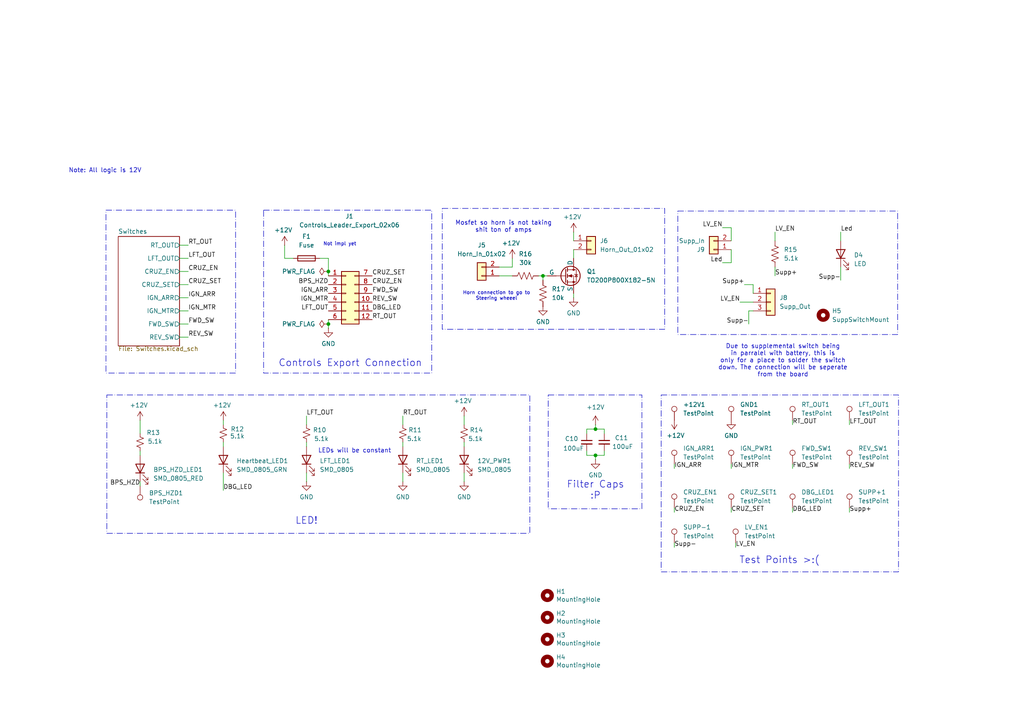
<source format=kicad_sch>
(kicad_sch (version 20231120) (generator "eeschema") (generator_version "8.0")
  (paper "A4")
  (lib_symbols
    (symbol "Connector:TestPoint" (pin_numbers hide) (pin_names (offset 0.762) hide)
      (property "Reference" "TP" (at 0 6.858 0))
      (property "Value" "TestPoint" (at 0 5.08 0))
      (symbol "TestPoint_0_1"
        (circle (center 0 3.302) (radius 0.762))
      )
      (symbol "TestPoint_1_1"
        (pin passive line (at 0 0 90) (length 2.54) (name "1") (number "1"))
      )
    )
    (symbol "Connector_Generic:Conn_01x02" (pin_names (offset 1.016) hide)
      (property "Reference" "J" (at 0 2.54 0))
      (property "Value" "Conn_01x02" (at 0 -5.08 0))
      (symbol "Conn_01x02_1_1"
        (rectangle (start -1.27 -2.413) (end 0 -2.667) (stroke (width 0.1524)))
        (rectangle (start -1.27 0.127) (end 0 -0.127) (stroke (width 0.1524)))
        (rectangle (start -1.27 1.27) (end 1.27 -3.81) (stroke (width 0.254)) (fill (type background)))
        (pin passive line (at -5.08 0 0) (length 3.81) (name "Pin_1") (number "1"))
        (pin passive line (at -5.08 -2.54 0) (length 3.81) (name "Pin_2") (number "2"))
      )
    )
    (symbol "Connector_Generic:Conn_01x03" (pin_names (offset 1.016) hide)
      (property "Reference" "J" (at 0 5.08 0))
      (property "Value" "Conn_01x03" (at 0 -5.08 0))
      (symbol "Conn_01x03_1_1"
        (rectangle (start -1.27 -2.413) (end 0 -2.667) (stroke (width 0.1524)))
        (rectangle (start -1.27 0.127) (end 0 -0.127) (stroke (width 0.1524)))
        (rectangle (start -1.27 2.667) (end 0 2.413) (stroke (width 0.1524)))
        (rectangle (start -1.27 3.81) (end 1.27 -3.81) (stroke (width 0.254)) (fill (type background)))
        (pin passive line (at -5.08 2.54 0) (length 3.81) (name "Pin_1") (number "1"))
        (pin passive line (at -5.08 0 0) (length 3.81) (name "Pin_2") (number "2"))
        (pin passive line (at -5.08 -2.54 0) (length 3.81) (name "Pin_3") (number "3"))
      )
    )
    (symbol "Connector_Generic:Conn_02x06_Top_Bottom" (pin_names (offset 1.016) hide)
      (property "Reference" "J" (at 1.27 7.62 0))
      (property "Value" "Conn_02x06_Top_Bottom" (at 1.27 -10.16 0))
      (symbol "Conn_02x06_Top_Bottom_1_1"
        (rectangle (start -1.27 -7.493) (end 0 -7.747) (stroke (width 0.1524)))
        (rectangle (start -1.27 -4.953) (end 0 -5.207) (stroke (width 0.1524)))
        (rectangle (start -1.27 -2.413) (end 0 -2.667) (stroke (width 0.1524)))
        (rectangle (start -1.27 0.127) (end 0 -0.127) (stroke (width 0.1524)))
        (rectangle (start -1.27 2.667) (end 0 2.413) (stroke (width 0.1524)))
        (rectangle (start -1.27 5.207) (end 0 4.953) (stroke (width 0.1524)))
        (rectangle (start -1.27 6.35) (end 3.81 -8.89) (stroke (width 0.254)) (fill (type background)))
        (rectangle (start 3.81 -7.493) (end 2.54 -7.747) (stroke (width 0.1524)))
        (rectangle (start 3.81 -4.953) (end 2.54 -5.207) (stroke (width 0.1524)))
        (rectangle (start 3.81 -2.413) (end 2.54 -2.667) (stroke (width 0.1524)))
        (rectangle (start 3.81 0.127) (end 2.54 -0.127) (stroke (width 0.1524)))
        (rectangle (start 3.81 2.667) (end 2.54 2.413) (stroke (width 0.1524)))
        (rectangle (start 3.81 5.207) (end 2.54 4.953) (stroke (width 0.1524)))
        (pin passive line (at -5.08 5.08 0) (length 3.81) (name "Pin_1") (number "1"))
        (pin passive line (at 7.62 -2.54 180) (length 3.81) (name "Pin_10") (number "10"))
        (pin passive line (at 7.62 -5.08 180) (length 3.81) (name "Pin_11") (number "11"))
        (pin passive line (at 7.62 -7.62 180) (length 3.81) (name "Pin_12") (number "12"))
        (pin passive line (at -5.08 2.54 0) (length 3.81) (name "Pin_2") (number "2"))
        (pin passive line (at -5.08 0 0) (length 3.81) (name "Pin_3") (number "3"))
        (pin passive line (at -5.08 -2.54 0) (length 3.81) (name "Pin_4") (number "4"))
        (pin passive line (at -5.08 -5.08 0) (length 3.81) (name "Pin_5") (number "5"))
        (pin passive line (at -5.08 -7.62 0) (length 3.81) (name "Pin_6") (number "6"))
        (pin passive line (at 7.62 5.08 180) (length 3.81) (name "Pin_7") (number "7"))
        (pin passive line (at 7.62 2.54 180) (length 3.81) (name "Pin_8") (number "8"))
        (pin passive line (at 7.62 0 180) (length 3.81) (name "Pin_9") (number "9"))
      )
    )
    (symbol "Device:C_Small" (pin_numbers hide) (pin_names (offset 0.254) hide)
      (property "Reference" "C" (at 0.254 1.778 0))
      (property "Value" "C_Small" (at 0.254 -2.032 0))
      (symbol "C_Small_0_1"
        (polyline (pts (xy -1.524 -0.508) (xy 1.524 -0.508)) (stroke (width 0.3302)))
        (polyline (pts (xy -1.524 0.508) (xy 1.524 0.508)) (stroke (width 0.3048)))
      )
      (symbol "C_Small_1_1"
        (pin passive line (at 0 2.54 270) (length 2.032) (name "~") (number "1"))
        (pin passive line (at 0 -2.54 90) (length 2.032) (name "~") (number "2"))
      )
    )
    (symbol "Device:Fuse" (pin_numbers hide) (pin_names (offset 0))
      (property "Reference" "F" (at 2.032 0 90))
      (property "Value" "Fuse" (at -1.905 0 90))
      (symbol "Fuse_0_1"
        (rectangle (start -0.762 -2.54) (end 0.762 2.54) (stroke (width 0.254)))
        (polyline (pts (xy 0 2.54) (xy 0 -2.54)))
      )
      (symbol "Fuse_1_1"
        (pin passive line (at 0 3.81 270) (length 1.27) (name "~") (number "1"))
        (pin passive line (at 0 -3.81 90) (length 1.27) (name "~") (number "2"))
      )
    )
    (symbol "Device:LED" (pin_numbers hide) (pin_names (offset 1.016) hide)
      (property "Reference" "D" (at 0 2.54 0))
      (property "Value" "LED" (at 0 -2.54 0))
      (symbol "LED_0_1"
        (polyline (pts (xy -1.27 -1.27) (xy -1.27 1.27)) (stroke (width 0.254)))
        (polyline (pts (xy -1.27 0) (xy 1.27 0)))
        (polyline (pts (xy 1.27 -1.27) (xy 1.27 1.27) (xy -1.27 0) (xy 1.27 -1.27)) (stroke (width 0.254)))
        (polyline (pts (xy -3.048 -0.762) (xy -4.572 -2.286) (xy -3.81 -2.286) (xy -4.572 -2.286) (xy -4.572 -1.524)))
        (polyline (pts (xy -1.778 -0.762) (xy -3.302 -2.286) (xy -2.54 -2.286) (xy -3.302 -2.286) (xy -3.302 -1.524)))
      )
      (symbol "LED_1_1"
        (pin passive line (at -3.81 0 0) (length 2.54) (name "K") (number "1"))
        (pin passive line (at 3.81 0 180) (length 2.54) (name "A") (number "2"))
      )
    )
    (symbol "Device:R_Small_US" (pin_numbers hide) (pin_names (offset 0.254) hide)
      (property "Reference" "R" (at 0.762 0.508 0))
      (property "Value" "R_Small_US" (at 0.762 -1.016 0))
      (symbol "R_Small_US_1_1"
        (polyline (pts (xy 0 0) (xy 1.016 -0.381) (xy 0 -0.762) (xy -1.016 -1.143) (xy 0 -1.524)))
        (polyline (pts (xy 0 1.524) (xy 1.016 1.143) (xy 0 0.762) (xy -1.016 0.381) (xy 0 0)))
        (pin passive line (at 0 2.54 270) (length 1.016) (name "~") (number "1"))
        (pin passive line (at 0 -2.54 90) (length 1.016) (name "~") (number "2"))
      )
    )
    (symbol "Device:R_US" (pin_numbers hide) (pin_names (offset 0))
      (property "Reference" "R" (at 2.54 0 90))
      (property "Value" "R_US" (at -2.54 0 90))
      (symbol "R_US_0_1"
        (polyline (pts (xy 0 -2.286) (xy 0 -2.54)))
        (polyline (pts (xy 0 2.286) (xy 0 2.54)))
        (polyline (pts (xy 0 -0.762) (xy 1.016 -1.143) (xy 0 -1.524) (xy -1.016 -1.905) (xy 0 -2.286)))
        (polyline (pts (xy 0 0.762) (xy 1.016 0.381) (xy 0 0) (xy -1.016 -0.381) (xy 0 -0.762)))
        (polyline (pts (xy 0 2.286) (xy 1.016 1.905) (xy 0 1.524) (xy -1.016 1.143) (xy 0 0.762)))
      )
      (symbol "R_US_1_1"
        (pin passive line (at 0 3.81 270) (length 1.27) (name "~") (number "1"))
        (pin passive line (at 0 -3.81 90) (length 1.27) (name "~") (number "2"))
      )
    )
    (symbol "Mechanical:MountingHole" (pin_names (offset 1.016)) (exclude_from_sim yes) (in_bom no)
      (property "Reference" "H" (at 0 5.08 0))
      (property "Value" "MountingHole" (at 0 3.175 0))
      (symbol "MountingHole_0_1"
        (circle (center 0 0) (radius 1.27) (stroke (width 1.27)))
      )
    )
    (symbol "Simulation_SPICE:NMOS" (pin_numbers hide) (pin_names (offset 0))
      (property "Reference" "Q" (at 5.08 1.27 0))
      (property "Value" "NMOS" (at 5.08 -1.27 0))
      (symbol "NMOS_0_1"
        (polyline (pts (xy 0.254 0) (xy -2.54 0)))
        (polyline (pts (xy 0.254 1.905) (xy 0.254 -1.905)) (stroke (width 0.254)))
        (polyline (pts (xy 0.762 -1.27) (xy 0.762 -2.286)) (stroke (width 0.254)))
        (polyline (pts (xy 0.762 0.508) (xy 0.762 -0.508)) (stroke (width 0.254)))
        (polyline (pts (xy 0.762 2.286) (xy 0.762 1.27)) (stroke (width 0.254)))
        (polyline (pts (xy 2.54 2.54) (xy 2.54 1.778)))
        (polyline (pts (xy 2.54 -2.54) (xy 2.54 0) (xy 0.762 0)))
        (polyline (pts (xy 0.762 -1.778) (xy 3.302 -1.778) (xy 3.302 1.778) (xy 0.762 1.778)))
        (polyline (pts (xy 1.016 0) (xy 2.032 0.381) (xy 2.032 -0.381) (xy 1.016 0)) (fill (type outline)))
        (polyline (pts (xy 2.794 0.508) (xy 2.921 0.381) (xy 3.683 0.381) (xy 3.81 0.254)))
        (polyline (pts (xy 3.302 0.381) (xy 2.921 -0.254) (xy 3.683 -0.254) (xy 3.302 0.381)))
        (circle (center 1.651 0) (radius 2.794) (stroke (width 0.254)))
        (circle (center 2.54 -1.778) (radius 0.254) (fill (type outline)))
        (circle (center 2.54 1.778) (radius 0.254) (fill (type outline)))
      )
      (symbol "NMOS_1_1"
        (pin passive line (at 2.54 5.08 270) (length 2.54) (name "D") (number "1"))
        (pin input line (at -5.08 0 0) (length 2.54) (name "G") (number "2"))
        (pin passive line (at 2.54 -5.08 90) (length 2.54) (name "S") (number "3"))
      )
    )
    (symbol "power:+12V" (power) (pin_numbers hide) (pin_names (offset 0) hide)
      (property "Value" "+12V" (at 0 3.556 0))
      (symbol "+12V_0_1"
        (polyline (pts (xy -0.762 1.27) (xy 0 2.54)))
        (polyline (pts (xy 0 0) (xy 0 2.54)))
        (polyline (pts (xy 0 2.54) (xy 0.762 1.27)))
      )
      (symbol "+12V_1_1"
        (pin power_in line (at 0 0 90) (length 0) (name "~") (number "1"))
      )
    )
    (symbol "power:+3.3V" (power) (pin_numbers hide) (pin_names (offset 0) hide)
      (property "Value" "+3.3V" (at 0 3.556 0))
      (symbol "+3.3V_0_1"
        (polyline (pts (xy -0.762 1.27) (xy 0 2.54)))
        (polyline (pts (xy 0 0) (xy 0 2.54)))
        (polyline (pts (xy 0 2.54) (xy 0.762 1.27)))
      )
      (symbol "+3.3V_1_1"
        (pin power_in line (at 0 0 90) (length 0) (name "~") (number "1"))
      )
    )
    (symbol "power:GND" (power) (pin_numbers hide) (pin_names (offset 0) hide)
      (property "Value" "GND" (at 0 -3.81 0))
      (symbol "GND_0_1"
        (polyline (pts (xy 0 0) (xy 0 -1.27) (xy 1.27 -1.27) (xy 0 -2.54) (xy -1.27 -1.27) (xy 0 -1.27)))
      )
      (symbol "GND_1_1"
        (pin power_in line (at 0 0 270) (length 0) (name "~") (number "1"))
      )
    )
    (symbol "power:PWR_FLAG" (power) (pin_numbers hide) (pin_names (offset 0) hide)
      (property "Value" "PWR_FLAG" (at 0 3.81 0))
      (symbol "PWR_FLAG_0_0"
        (pin power_out line (at 0 0 90) (length 0) (name "~") (number "1"))
      )
      (symbol "PWR_FLAG_0_1"
        (polyline (pts (xy 0 0) (xy 0 1.27) (xy -1.016 1.905) (xy 0 2.54) (xy 1.016 1.905) (xy 0 1.27)))
      )
    )
  )
  (junction (at 172.72 124.46))
  (junction (at 95.25 93.98))
  (junction (at 157.48 80.01))
  (junction (at 95.25 78.74))
  (junction (at 172.72 132.08))
  (wire (pts (xy 172.72 124.46) (xy 175.26 124.46)))
  (wire (pts (xy 212.09 76.2) (xy 212.09 72.39)))
  (wire (pts (xy 54.61 93.98) (xy 52.07 93.98)))
  (wire (pts (xy 88.9 128.27) (xy 88.9 129.54)))
  (wire (pts (xy 195.58 158.75) (xy 195.58 157.48)))
  (wire (pts (xy 170.18 124.46) (xy 170.18 125.73)))
  (wire (pts (xy 134.62 139.7) (xy 134.62 137.16)))
  (wire (pts (xy 148.59 77.47) (xy 144.78 77.47)))
  (wire (pts (xy 88.9 123.19) (xy 88.9 120.65)))
  (wire (pts (xy 95.25 78.74) (xy 95.25 80.01)))
  (wire (pts (xy 195.58 148.59) (xy 195.58 147.32)))
  (wire (pts (xy 217.17 90.17) (xy 217.17 93.98)))
  (wire (pts (xy 95.25 74.93) (xy 95.25 78.74)))
  (wire (pts (xy 212.09 66.04) (xy 212.09 69.85)))
  (wire (pts (xy 64.77 142.24) (xy 64.77 137.16)))
  (wire (pts (xy 116.84 128.27) (xy 116.84 129.54)))
  (wire (pts (xy 40.64 139.7) (xy 40.64 140.97)))
  (wire (pts (xy 213.36 158.75) (xy 213.36 157.48)))
  (wire (pts (xy 175.26 130.81) (xy 175.26 132.08)))
  (wire (pts (xy 95.25 95.25) (xy 95.25 93.98)))
  (wire (pts (xy 212.09 135.89) (xy 212.09 134.62)))
  (wire (pts (xy 52.07 71.12) (xy 54.61 71.12)))
  (wire (pts (xy 157.48 80.01) (xy 157.48 81.28)))
  (wire (pts (xy 54.61 90.17) (xy 52.07 90.17)))
  (wire (pts (xy 54.61 78.74) (xy 52.07 78.74)))
  (wire (pts (xy 156.21 80.01) (xy 157.48 80.01)))
  (wire (pts (xy 212.09 148.59) (xy 212.09 147.32)))
  (wire (pts (xy 166.37 72.39) (xy 166.37 74.93)))
  (wire (pts (xy 166.37 86.36) (xy 166.37 85.09)))
  (wire (pts (xy 134.62 123.19) (xy 134.62 120.65)))
  (wire (pts (xy 95.25 93.98) (xy 95.25 92.71)))
  (wire (pts (xy 85.09 74.93) (xy 82.55 74.93)))
  (wire (pts (xy 229.87 148.59) (xy 229.87 147.32)))
  (wire (pts (xy 214.63 87.63) (xy 218.44 87.63)))
  (wire (pts (xy 195.58 135.89) (xy 195.58 134.62)))
  (wire (pts (xy 229.87 135.89) (xy 229.87 134.62)))
  (wire (pts (xy 54.61 97.79) (xy 52.07 97.79)))
  (wire (pts (xy 175.26 124.46) (xy 175.26 125.73)))
  (wire (pts (xy 246.38 135.89) (xy 246.38 134.62)))
  (wire (pts (xy 209.55 66.04) (xy 212.09 66.04)))
  (wire (pts (xy 54.61 86.36) (xy 52.07 86.36)))
  (wire (pts (xy 166.37 67.31) (xy 166.37 69.85)))
  (wire (pts (xy 229.87 123.19) (xy 229.87 121.92)))
  (wire (pts (xy 82.55 74.93) (xy 82.55 71.12)))
  (wire (pts (xy 224.79 80.01) (xy 224.79 77.47)))
  (wire (pts (xy 134.62 128.27) (xy 134.62 129.54)))
  (wire (pts (xy 243.84 67.31) (xy 243.84 69.85)))
  (wire (pts (xy 92.71 74.93) (xy 95.25 74.93)))
  (wire (pts (xy 148.59 74.93) (xy 148.59 77.47)))
  (wire (pts (xy 218.44 82.55) (xy 215.9 82.55)))
  (wire (pts (xy 224.79 67.31) (xy 224.79 69.85)))
  (wire (pts (xy 243.84 81.28) (xy 243.84 77.47)))
  (wire (pts (xy 64.77 123.19) (xy 64.77 121.92)))
  (wire (pts (xy 88.9 139.7) (xy 88.9 137.16)))
  (wire (pts (xy 40.64 132.08) (xy 40.64 130.81)))
  (wire (pts (xy 172.72 132.08) (xy 175.26 132.08)))
  (wire (pts (xy 170.18 124.46) (xy 172.72 124.46)))
  (wire (pts (xy 170.18 132.08) (xy 172.72 132.08)))
  (wire (pts (xy 246.38 123.19) (xy 246.38 121.92)))
  (wire (pts (xy 54.61 82.55) (xy 52.07 82.55)))
  (wire (pts (xy 217.17 90.17) (xy 218.44 90.17)))
  (wire (pts (xy 170.18 130.81) (xy 170.18 132.08)))
  (wire (pts (xy 116.84 139.7) (xy 116.84 137.16)))
  (wire (pts (xy 157.48 80.01) (xy 158.75 80.01)))
  (wire (pts (xy 144.78 80.01) (xy 148.59 80.01)))
  (wire (pts (xy 218.44 82.55) (xy 218.44 85.09)))
  (wire (pts (xy 172.72 124.46) (xy 172.72 123.19)))
  (wire (pts (xy 64.77 128.27) (xy 64.77 129.54)))
  (wire (pts (xy 172.72 133.35) (xy 172.72 132.08)))
  (wire (pts (xy 54.61 74.93) (xy 52.07 74.93)))
  (wire (pts (xy 40.64 125.73) (xy 40.64 121.92)))
  (wire (pts (xy 246.38 148.59) (xy 246.38 147.32)))
  (wire (pts (xy 209.55 76.2) (xy 212.09 76.2)))
  (wire (pts (xy 116.84 123.19) (xy 116.84 120.65)))
  (rectangle (start 191.77 114.554) (end 260.604 165.862) (stroke (width 0) (type dash_dot)))
  (rectangle (start 76.454 60.96) (end 125.222 108.204) (stroke (width 0) (type dash_dot)))
  (rectangle (start 196.596 61.214) (end 260.35 97.028) (stroke (width 0) (type dash_dot)))
  (rectangle (start 128.27 60.452) (end 192.786 95.504) (stroke (width 0) (type dash_dot)))
  (rectangle (start 30.734 60.96) (end 68.326 108.204) (stroke (width 0) (type dash_dot)))
  (rectangle (start 30.988 114.554) (end 153.67 154.686) (stroke (width 0) (type dash_dot)))
  (rectangle (start 159.004 114.554) (end 186.182 147.574) (stroke (width 0) (type dash_dot)))
  (text "Test Points >:(" (at 226.06 162.56 0) (effects (font (size 2 2))))
  (text "LEDs will be constant\n" (at 102.87 130.81 0) (effects (font (size 1.27 1.27))))
  (text "Mosfet so horn is not taking\nshit ton of amps" (at 146.05 65.786 0) (effects (font (size 1.27 1.27))))
  (text "Not impl yet" (at 98.552 70.866 0) (effects (font (size 1 1))))
  (text "Note: All logic is 12V" (at 30.48 49.53 0) (effects (font (size 1.27 1.27))))
  (text "Filter Caps\n:P" (at 172.72 142.24 0) (effects (font (size 2 2))))
  (text "Horn connection to go to\nSteering wheeel" (at 144.018 85.852 0) (effects (font (size 1 1))))
  (text "\n" (at 87.63 149.86 0) (effects (font (size 1.27 1.27))))
  (text "Controls Export Connection\n" (at 101.6 105.41 0) (effects (font (size 2 2))))
  (text "LED!" (at 88.9 151.13 0) (effects (font (size 2 2))))
  (text "Due to supplemental switch being\nin parralel with battery, this is\nonly for a place to solder the switch\ndown. The connection will be seperate\nfrom the board\n" (at 227.076 104.648 0) (effects (font (size 1.27 1.27))))
  (label "IGN_ARR" (at 95.25 85.09 180))
  (label "BPS_HZD" (at 95.25 82.55 180))
  (label "CRUZ_SET" (at 107.95 80.01 0))
  (label "LV_EN" (at 224.79 67.31 0))
  (label "LFT_OUT" (at 95.25 90.17 180))
  (label "LFT_OUT" (at 246.38 123.19 0))
  (label "DBG_LED" (at 229.87 148.59 0))
  (label "IGN_MTR" (at 95.25 87.63 180))
  (label "REV_SW" (at 107.95 87.63 0))
  (label "LV_EN" (at 214.63 87.63 180))
  (label "CRUZ_SET" (at 54.61 82.55 0))
  (label "Led" (at 209.55 76.2 180))
  (label "BPS_HZD" (at 40.64 140.97 180))
  (label "FWD_SW" (at 229.87 135.89 0))
  (label "Supp+" (at 224.79 80.01 0))
  (label "REV_SW" (at 54.61 97.79 0))
  (label "LV_EN" (at 209.55 66.04 180))
  (label "FWD_SW" (at 107.95 85.09 0))
  (label "Led" (at 243.84 67.31 0))
  (label "CRUZ_EN" (at 54.61 78.74 0))
  (label "Supp+" (at 246.38 148.59 0))
  (label "CRUZ_EN" (at 195.58 148.59 0))
  (label "RT_OUT" (at 107.95 92.71 0))
  (label "FWD_SW" (at 54.61 93.98 0))
  (label "IGN_ARR" (at 195.58 135.89 0))
  (label "Supp-" (at 243.84 81.28 180))
  (label "IGN_MTR" (at 54.61 90.17 0))
  (label "LFT_OUT" (at 54.61 74.93 0))
  (label "IGN_ARR" (at 54.61 86.36 0))
  (label "RT_OUT" (at 116.84 120.65 0))
  (label "DBG_LED" (at 64.77 142.24 0))
  (label "REV_SW" (at 246.38 135.89 0))
  (label "LV_EN" (at 213.36 158.75 0))
  (label "DBG_LED" (at 107.95 90.17 0))
  (label "LFT_OUT" (at 88.9 120.65 0))
  (label "CRUZ_SET" (at 212.09 148.59 0))
  (label "Supp-" (at 195.58 158.75 0))
  (label "Supp+" (at 215.9 82.55 180))
  (label "Supp-" (at 217.17 93.98 180))
  (label "IGN_MTR" (at 212.09 135.89 0))
  (label "RT_OUT" (at 54.61 71.12 0))
  (label "CRUZ_EN" (at 107.95 82.55 0))
  (label "RT_OUT" (at 229.87 123.19 0))
  (symbol (lib_id "Mechanical:MountingHole") (at 158.75 172.72 0) (unit 1)
    (property "Reference" "H1" (at 161.29 171.5516 0) (effects (justify left)))
    (property "Value" "MountingHole" (at 161.29 173.863 0) (effects (justify left)))
    (property "Footprint" "MountingHole:MountingHole_3mm" (effects (hide yes)))
    (property "Description" "Mounting Hole without connection" (effects (hide yes)))
  )
  (symbol (lib_id "Connector:TestPoint") (at 212.09 121.92 0) (unit 1)
    (property "Reference" "GND1" (at 214.63 117.3479 0) (effects (justify left)))
    (property "Value" "TestPoint" (at 214.63 119.8879 0) (effects (justify left)))
    (property "Footprint" "TestPoint:TestPoint_Pad_1.0x1.0mm" (effects (hide yes)))
    (property "Description" "test point" (effects (hide yes)))
  )
  (symbol (lib_id "Device:LED") (at 116.84 133.35 90) (unit 1)
    (property "Reference" "RT_LED1" (at 120.65 133.6674 90) (effects (justify right)))
    (property "Value" "SMD_0805" (at 120.65 136.2074 90) (effects (justify right)))
    (property "Footprint" "LED_SMD:LED_0805_2012Metric_Pad1.15x1.40mm_HandSolder" (effects (hide yes)))
    (property "Datasheet" "https://www.kingbrightusa.com/images/catalog/SPEC/APTD2012LCGCK.pdf" (effects (hide yes)))
    (property "Description" "Light emitting diode" (effects (hide yes)))
    (property "P/N" "APTD2012LCGCK" (effects (hide yes)))
  )
  (symbol (lib_id "Connector:TestPoint") (at 246.38 134.62 0) (unit 1)
    (property "Reference" "REV_SW1" (at 248.92 130.0479 0) (effects (justify left)))
    (property "Value" "TestPoint" (at 248.92 132.5879 0) (effects (justify left)))
    (property "Footprint" "TestPoint:TestPoint_Pad_1.0x1.0mm" (effects (hide yes)))
    (property "Description" "test point" (effects (hide yes)))
  )
  (symbol (lib_id "Device:R_US") (at 157.48 85.09 0) (unit 1)
    (property "Reference" "R17" (at 160.02 83.8199 0) (effects (justify left)))
    (property "Value" "10k" (at 160.02 86.3599 0) (effects (justify left)))
    (property "Footprint" "Resistor_SMD:R_0805_2012Metric_Pad1.20x1.40mm_HandSolder" (effects (hide yes)))
    (property "Description" "Resistor, US symbol" (effects (hide yes)))
  )
  (symbol (lib_id "power:GND") (at 116.84 139.7 0) (unit 1)
    (property "Reference" "#PWR010" (effects (hide yes)))
    (property "Value" "GND" (at 116.84 144.145 0))
    (property "Description" "Power symbol creates a global label with name \"GND\" , ground" (effects (hide yes)))
  )
  (symbol (lib_id "power:PWR_FLAG") (at 95.25 78.74 90) (unit 1)
    (property "Reference" "#FLG01" (effects (hide yes)))
    (property "Value" "PWR_FLAG" (at 91.44 78.7399 90) (effects (justify left)))
    (property "Description" "Special symbol for telling ERC where power comes from" (effects (hide yes)))
  )
  (symbol (lib_id "Device:R_Small_US") (at 64.77 125.73 0) (unit 1)
    (property "Reference" "R12" (at 68.834 124.46 0))
    (property "Value" "5.1k" (at 68.834 126.492 0))
    (property "Footprint" "Resistor_SMD:R_0805_2012Metric_Pad1.20x1.40mm_HandSolder" (effects (hide yes)))
    (property "Description" "Resistor, small US symbol" (effects (hide yes)))
    (property "P/N" "CRCW0805100RFKEAHP" (effects (hide yes)))
  )
  (symbol (lib_id "Device:LED") (at 40.64 135.89 90) (unit 1)
    (property "Reference" "BPS_HZD_LED1" (at 44.45 136.2074 90) (effects (justify right)))
    (property "Value" "SMD_0805_RED" (at 44.45 138.7474 90) (effects (justify right)))
    (property "Footprint" "LED_SMD:LED_0805_2012Metric_Pad1.15x1.40mm_HandSolder" (effects (hide yes)))
    (property "Datasheet" "https://www.kingbrightusa.com/images/catalog/SPEC/APTD2012LCGCK.pdf" (effects (hide yes)))
    (property "Description" "Light emitting diode" (effects (hide yes)))
    (property "P/N" "APTD2012LCGCK" (effects (hide yes)))
  )
  (symbol (lib_id "Device:LED") (at 134.62 133.35 90) (unit 1)
    (property "Reference" "12V_PWR1" (at 138.43 133.6674 90) (effects (justify right)))
    (property "Value" "SMD_0805" (at 138.43 136.2074 90) (effects (justify right)))
    (property "Footprint" "LED_SMD:LED_0805_2012Metric_Pad1.15x1.40mm_HandSolder" (effects (hide yes)))
    (property "Datasheet" "https://www.kingbrightusa.com/images/catalog/SPEC/APTD2012LCGCK.pdf" (effects (hide yes)))
    (property "Description" "Light emitting diode" (effects (hide yes)))
    (property "P/N" "APTD2012LCGCK" (effects (hide yes)))
  )
  (symbol (lib_id "Connector:TestPoint") (at 195.58 147.32 0) (unit 1)
    (property "Reference" "CRUZ_EN1" (at 198.12 142.7479 0) (effects (justify left)))
    (property "Value" "TestPoint" (at 198.12 145.2879 0) (effects (justify left)))
    (property "Footprint" "TestPoint:TestPoint_Pad_1.0x1.0mm" (effects (hide yes)))
    (property "Description" "test point" (effects (hide yes)))
  )
  (symbol (lib_id "power:GND") (at 172.72 133.35 0) (unit 1)
    (property "Reference" "#PWR022" (effects (hide yes)))
    (property "Value" "GND" (at 172.72 137.795 0))
    (property "Description" "Power symbol creates a global label with name \"GND\" , ground" (effects (hide yes)))
  )
  (symbol (lib_id "Device:R_Small_US") (at 88.9 125.73 0) (unit 1)
    (property "Reference" "R10" (at 92.71 124.714 0))
    (property "Value" "5.1k" (at 93.218 127.254 0))
    (property "Footprint" "Resistor_SMD:R_0805_2012Metric_Pad1.20x1.40mm_HandSolder" (effects (hide yes)))
    (property "Description" "Resistor, small US symbol" (effects (hide yes)))
    (property "P/N" "CRCW0805100RFKEAHP" (effects (hide yes)))
  )
  (symbol (lib_id "Device:LED") (at 243.84 73.66 90) (unit 1)
    (property "Reference" "D4" (at 247.65 73.9774 90) (effects (justify right)))
    (property "Value" "LED" (at 247.65 76.5174 90) (effects (justify right)))
    (property "Footprint" "LED_SMD:LED_0805_2012Metric_Pad1.15x1.40mm_HandSolder" (effects (hide yes)))
    (property "Description" "Light emitting diode" (effects (hide yes)))
    (property "P/N" "APTD2012LCGCK" (effects (hide yes)))
  )
  (symbol (lib_id "Mechanical:MountingHole") (at 158.75 191.77 0) (unit 1)
    (property "Reference" "H4" (at 161.29 190.6016 0) (effects (justify left)))
    (property "Value" "MountingHole" (at 161.29 192.913 0) (effects (justify left)))
    (property "Footprint" "MountingHole:MountingHole_3mm" (effects (hide yes)))
    (property "Description" "Mounting Hole without connection" (effects (hide yes)))
  )
  (symbol (lib_id "power:GND") (at 88.9 139.7 0) (unit 1)
    (property "Reference" "#PWR09" (effects (hide yes)))
    (property "Value" "GND" (at 88.9 144.145 0))
    (property "Description" "Power symbol creates a global label with name \"GND\" , ground" (effects (hide yes)))
  )
  (symbol (lib_id "power:+3.3V") (at 166.37 67.31 0) (mirror y) (unit 1)
    (property "Reference" "#PWR05" (effects (hide yes)))
    (property "Value" "+12V" (at 165.989 62.9158 0))
    (property "Description" "Power symbol creates a global label with name \"+3.3V\"" (effects (hide yes)))
  )
  (symbol (lib_id "Mechanical:MountingHole") (at 158.75 179.07 0) (unit 1)
    (property "Reference" "H2" (at 161.29 177.9016 0) (effects (justify left)))
    (property "Value" "MountingHole" (at 161.29 180.213 0) (effects (justify left)))
    (property "Footprint" "MountingHole:MountingHole_3mm" (effects (hide yes)))
    (property "Description" "Mounting Hole without connection" (effects (hide yes)))
  )
  (symbol (lib_id "Connector_Generic:Conn_01x02") (at 139.7 80.01 180) (unit 1)
    (property "Reference" "J5" (at 139.7 71.12 0))
    (property "Value" "Horn_In_01x02" (at 139.7 73.66 0))
    (property "Footprint" "Connector_Molex:Molex_Micro-Fit_3.0_43650-0200_1x02_P3.00mm_Horizontal" (effects (hide yes)))
    (property "Description" "Generic connector, single row, 01x02, script generated (kicad-library-utils/schlib/autogen/connector/)" (effects (hide yes)))
    (property "P/N" "43650-0200" (effects (hide yes)))
  )
  (symbol (lib_id "Device:R_US") (at 152.4 80.01 270) (unit 1)
    (property "Reference" "R16" (at 152.4 73.66 90))
    (property "Value" "30k" (at 152.4 76.2 90))
    (property "Footprint" "Resistor_SMD:R_0805_2012Metric_Pad1.20x1.40mm_HandSolder" (effects (hide yes)))
    (property "Description" "Resistor, US symbol" (effects (hide yes)))
  )
  (symbol (lib_id "Device:LED") (at 88.9 133.35 90) (unit 1)
    (property "Reference" "LFT_LED1" (at 92.71 133.6674 90) (effects (justify right)))
    (property "Value" "SMD_0805" (at 92.71 136.2074 90) (effects (justify right)))
    (property "Footprint" "LED_SMD:LED_0805_2012Metric_Pad1.15x1.40mm_HandSolder" (effects (hide yes)))
    (property "Datasheet" "https://www.kingbrightusa.com/images/catalog/SPEC/APTD2012LCGCK.pdf" (effects (hide yes)))
    (property "Description" "Light emitting diode" (effects (hide yes)))
    (property "P/N" "APTD2012LCGCK" (effects (hide yes)))
  )
  (symbol (lib_id "power:GND") (at 157.48 88.9 0) (unit 1)
    (property "Reference" "#PWR030" (effects (hide yes)))
    (property "Value" "GND" (at 157.48 93.345 0))
    (property "Description" "Power symbol creates a global label with name \"GND\" , ground" (effects (hide yes)))
  )
  (symbol (lib_id "Simulation_SPICE:NMOS") (at 163.83 80.01 0) (unit 1)
    (property "Reference" "Q1" (at 170.18 78.7399 0) (effects (justify left)))
    (property "Value" "TO200P800X182-5N" (at 170.18 81.2799 0) (effects (justify left)))
    (property "Footprint" "Footprints:TO200P800X182-5N" (effects (hide yes)))
    (property "Datasheet" "https://www.vishay.com/docs/77320/sqjq142e.pdf" (effects (hide yes)))
    (property "Description" "N-MOSFET transistor, drain/source/gate" (effects (hide yes)))
    (property "Sim.Device" "NMOS" (effects (hide yes)))
    (property "Sim.Type" "VDMOS" (effects (hide yes)))
    (property "Sim.Pins" "1=D 2=G 3=S" (effects (hide yes)))
  )
  (symbol (lib_id "Device:R_Small_US") (at 134.62 125.73 0) (unit 1)
    (property "Reference" "R14" (at 138.176 124.714 0))
    (property "Value" "5.1k" (at 137.922 127.254 0))
    (property "Footprint" "Resistor_SMD:R_0805_2012Metric_Pad1.20x1.40mm_HandSolder" (effects (hide yes)))
    (property "Description" "Resistor, small US symbol" (effects (hide yes)))
    (property "P/N" "CRCW0805100RFKEAHP" (effects (hide yes)))
  )
  (symbol (lib_id "power:+3.3V") (at 64.77 121.92 0) (mirror y) (unit 1)
    (property "Reference" "#PWR06" (effects (hide yes)))
    (property "Value" "+12V" (at 64.389 117.5258 0))
    (property "Description" "Power symbol creates a global label with name \"+3.3V\"" (effects (hide yes)))
  )
  (symbol (lib_id "Device:C_Small") (at 170.18 128.27 0) (unit 1)
    (property "Reference" "C10" (at 163.83 127.254 0) (effects (justify left)))
    (property "Value" "100uF" (at 163.322 130.048 0) (effects (justify left)))
    (property "Footprint" "Capacitor_SMD:C_0805_2012Metric_Pad1.18x1.45mm_HandSolder" (effects (hide yes)))
    (property "Description" "Unpolarized capacitor, small symbol" (effects (hide yes)))
    (property "P/N" "C0805C103J5RACTU" (effects (hide yes)))
  )
  (symbol (lib_id "Connector_Generic:Conn_01x02") (at 171.45 69.85 0) (unit 1)
    (property "Reference" "J6" (at 173.99 69.8499 0) (effects (justify left)))
    (property "Value" "Horn_Out_01x02" (at 173.99 72.3899 0) (effects (justify left)))
    (property "Footprint" "Connector_Molex:Molex_Micro-Fit_3.0_43650-0200_1x02_P3.00mm_Horizontal" (effects (hide yes)))
    (property "Description" "Generic connector, single row, 01x02, script generated (kicad-library-utils/schlib/autogen/connector/)" (effects (hide yes)))
    (property "P/N" "43650-0200" (effects (hide yes)))
  )
  (symbol (lib_id "Connector:TestPoint") (at 229.87 147.32 0) (unit 1)
    (property "Reference" "DBG_LED1" (at 232.41 142.7479 0) (effects (justify left)))
    (property "Value" "TestPoint" (at 232.41 145.2879 0) (effects (justify left)))
    (property "Footprint" "TestPoint:TestPoint_Pad_1.0x1.0mm" (effects (hide yes)))
    (property "Description" "test point" (effects (hide yes)))
  )
  (symbol (lib_id "Connector_Generic:Conn_01x03") (at 223.52 87.63 0) (unit 1)
    (property "Reference" "J8" (at 226.06 86.3599 0) (effects (justify left)))
    (property "Value" "Supp_Out" (at 226.06 88.8999 0) (effects (justify left)))
    (property "Footprint" "Connector_Molex:Molex_Micro-Fit_3.0_43650-0300_1x03_P3.00mm_Horizontal" (effects (hide yes)))
    (property "Description" "Generic connector, single row, 01x03, script generated (kicad-library-utils/schlib/autogen/connector/)" (effects (hide yes)))
    (property "P/N" "43650-0300" (effects (hide yes)))
  )
  (symbol (lib_id "power:+12V") (at 172.72 123.19 0) (unit 1)
    (property "Reference" "#PWR019" (effects (hide yes)))
    (property "Value" "+12V" (at 172.72 118.11 0))
    (property "Description" "Power symbol creates a global label with name \"+12V\"" (effects (hide yes)))
  )
  (symbol (lib_id "Connector:TestPoint") (at 212.09 147.32 0) (unit 1)
    (property "Reference" "CRUZ_SET1" (at 214.63 142.7479 0) (effects (justify left)))
    (property "Value" "TestPoint" (at 214.63 145.2879 0) (effects (justify left)))
    (property "Footprint" "TestPoint:TestPoint_Pad_1.0x1.0mm" (effects (hide yes)))
    (property "Description" "test point" (effects (hide yes)))
  )
  (symbol (lib_id "Mechanical:MountingHole") (at 158.75 185.42 0) (unit 1)
    (property "Reference" "H3" (at 161.29 184.2516 0) (effects (justify left)))
    (property "Value" "MountingHole" (at 161.29 186.563 0) (effects (justify left)))
    (property "Footprint" "MountingHole:MountingHole_3mm" (effects (hide yes)))
    (property "Description" "Mounting Hole without connection" (effects (hide yes)))
  )
  (symbol (lib_id "power:+3.3V") (at 195.58 121.92 0) (mirror x) (unit 1)
    (property "Reference" "#PWR023" (effects (hide yes)))
    (property "Value" "+12V" (at 195.961 126.3142 0))
    (property "Description" "Power symbol creates a global label with name \"+3.3V\"" (effects (hide yes)))
  )
  (symbol (lib_id "Connector:TestPoint") (at 40.64 140.97 180) (unit 1)
    (property "Reference" "BPS_HZD1" (at 43.18 143.0019 0) (effects (justify right)))
    (property "Value" "TestPoint" (at 43.18 145.5419 0) (effects (justify right)))
    (property "Footprint" "TestPoint:TestPoint_Pad_1.0x1.0mm" (effects (hide yes)))
    (property "Description" "test point" (effects (hide yes)))
  )
  (symbol (lib_id "power:GND") (at 134.62 139.7 0) (unit 1)
    (property "Reference" "#PWR031" (effects (hide yes)))
    (property "Value" "GND" (at 134.62 144.145 0))
    (property "Description" "Power symbol creates a global label with name \"GND\" , ground" (effects (hide yes)))
  )
  (symbol (lib_id "Connector:TestPoint") (at 195.58 121.92 0) (unit 1)
    (property "Reference" "+12V1" (at 198.12 117.3479 0) (effects (justify left)))
    (property "Value" "TestPoint" (at 198.12 119.8879 0) (effects (justify left)))
    (property "Footprint" "TestPoint:TestPoint_Pad_1.0x1.0mm" (effects (hide yes)))
    (property "Description" "test point" (effects (hide yes)))
  )
  (symbol (lib_id "power:GND") (at 212.09 121.92 0) (unit 1)
    (property "Reference" "#PWR025" (effects (hide yes)))
    (property "Value" "GND" (at 212.09 126.365 0))
    (property "Description" "Power symbol creates a global label with name \"GND\" , ground" (effects (hide yes)))
  )
  (symbol (lib_id "power:+3.3V") (at 40.64 121.92 0) (mirror y) (unit 1)
    (property "Reference" "#PWR04" (effects (hide yes)))
    (property "Value" "+12V" (at 40.259 117.5258 0))
    (property "Description" "Power symbol creates a global label with name \"+3.3V\"" (effects (hide yes)))
  )
  (symbol (lib_id "Connector:TestPoint") (at 195.58 134.62 0) (unit 1)
    (property "Reference" "IGN_ARR1" (at 198.12 130.0479 0) (effects (justify left)))
    (property "Value" "TestPoint" (at 198.12 132.5879 0) (effects (justify left)))
    (property "Footprint" "TestPoint:TestPoint_Pad_1.0x1.0mm" (effects (hide yes)))
    (property "Description" "test point" (effects (hide yes)))
  )
  (symbol (lib_id "power:+3.3V") (at 148.59 74.93 0) (mirror y) (unit 1)
    (property "Reference" "#PWR027" (effects (hide yes)))
    (property "Value" "+12V" (at 148.209 70.5358 0))
    (property "Description" "Power symbol creates a global label with name \"+3.3V\"" (effects (hide yes)))
  )
  (symbol (lib_id "Mechanical:MountingHole") (at 238.76 91.44 0) (unit 1) (exclude_from_sim yes) (in_bom no)
    (property "Reference" "H5" (at 241.3 90.1699 0) (effects (justify left)))
    (property "Value" "SuppSwitchMount" (at 241.3 92.7099 0) (effects (justify left)))
    (property "Footprint" "switched:Supp_Switch" (effects (hide yes)))
    (property "Description" "Mounting Hole without connection" (effects (hide yes)))
  )
  (symbol (lib_id "Device:R_Small_US") (at 116.84 125.73 0) (unit 1)
    (property "Reference" "R11" (at 120.396 124.714 0))
    (property "Value" "5.1k" (at 120.142 127.254 0))
    (property "Footprint" "Resistor_SMD:R_0805_2012Metric_Pad1.20x1.40mm_HandSolder" (effects (hide yes)))
    (property "Description" "Resistor, small US symbol" (effects (hide yes)))
    (property "P/N" "CRCW0805100RFKEAHP" (effects (hide yes)))
  )
  (symbol (lib_id "power:PWR_FLAG") (at 95.25 93.98 90) (unit 1)
    (property "Reference" "#FLG02" (effects (hide yes)))
    (property "Value" "PWR_FLAG" (at 91.44 93.9799 90) (effects (justify left)))
    (property "Description" "Special symbol for telling ERC where power comes from" (effects (hide yes)))
  )
  (symbol (lib_id "Connector_Generic:Conn_01x02") (at 207.01 72.39 180) (unit 1)
    (property "Reference" "J9" (at 204.47 72.3901 0) (effects (justify left)))
    (property "Value" "Supp_In" (at 204.47 69.8501 0) (effects (justify left)))
    (property "Footprint" "Connector_Molex:Molex_Micro-Fit_3.0_43650-0215_1x02_P3.00mm_Vertical" (effects (hide yes)))
    (property "Description" "Generic connector, single row, 01x02, script generated (kicad-library-utils/schlib/autogen/connector/)" (effects (hide yes)))
    (property "P/N" "43650-0215" (effects (hide yes)))
  )
  (symbol (lib_id "Device:C_Small") (at 175.26 128.27 0) (unit 1)
    (property "Reference" "C11" (at 178.308 127 0) (effects (justify left)))
    (property "Value" "100uF" (at 177.546 129.54 0) (effects (justify left)))
    (property "Footprint" "Capacitor_SMD:C_0805_2012Metric_Pad1.18x1.45mm_HandSolder" (effects (hide yes)))
    (property "Description" "Unpolarized capacitor, small symbol" (effects (hide yes)))
    (property "P/N" "C0805C103J5RACTU" (effects (hide yes)))
  )
  (symbol (lib_id "power:+3.3V") (at 134.62 120.65 0) (mirror y) (unit 1)
    (property "Reference" "#PWR032" (effects (hide yes)))
    (property "Value" "+12V" (at 134.239 116.2558 0))
    (property "Description" "Power symbol creates a global label with name \"+3.3V\"" (effects (hide yes)))
  )
  (symbol (lib_id "power:+3.3V") (at 82.55 71.12 0) (mirror y) (unit 1)
    (property "Reference" "#PWR028" (effects (hide yes)))
    (property "Value" "+12V" (at 82.169 66.7258 0))
    (property "Description" "Power symbol creates a global label with name \"+3.3V\"" (effects (hide yes)))
  )
  (symbol (lib_id "Connector:TestPoint") (at 213.36 157.48 0) (unit 1)
    (property "Reference" "LV_EN1" (at 215.9 152.9079 0) (effects (justify left)))
    (property "Value" "TestPoint" (at 215.9 155.4479 0) (effects (justify left)))
    (property "Footprint" "TestPoint:TestPoint_Pad_1.0x1.0mm" (effects (hide yes)))
    (property "Description" "test point" (effects (hide yes)))
  )
  (symbol (lib_id "Device:R_Small_US") (at 40.64 128.27 0) (unit 1)
    (property "Reference" "R13" (at 44.45 125.476 0))
    (property "Value" "5.1k" (at 44.958 128.016 0))
    (property "Footprint" "Resistor_SMD:R_0805_2012Metric_Pad1.20x1.40mm_HandSolder" (effects (hide yes)))
    (property "Description" "Resistor, small US symbol" (effects (hide yes)))
    (property "P/N" "CRCW0805100RFKEAHP" (effects (hide yes)))
  )
  (symbol (lib_id "Device:Fuse") (at 88.9 74.93 90) (unit 1)
    (property "Reference" "F1" (at 88.9 68.58 90))
    (property "Value" "Fuse" (at 88.9 71.12 90))
    (property "Description" "Fuse" (effects (hide yes)))
  )
  (symbol (lib_id "power:GND") (at 95.25 95.25 0) (unit 1)
    (property "Reference" "#PWR029" (effects (hide yes)))
    (property "Value" "GND" (at 95.25 99.695 0))
    (property "Description" "Power symbol creates a global label with name \"GND\" , ground" (effects (hide yes)))
  )
  (symbol (lib_id "Connector_Generic:Conn_02x06_Top_Bottom") (at 100.33 85.09 0) (unit 1)
    (property "Reference" "J1" (at 101.346 62.738 0))
    (property "Value" "Controls_Leader_Export_02x06" (at 101.346 65.278 0))
    (property "Footprint" "Connector_Molex:Molex_Micro-Fit_3.0_43045-1200_2x06_P3.00mm_Horizontal" (effects (hide yes)))
    (property "Description" "Generic connector, double row, 02x06, top/bottom pin numbering scheme (row 1: 1...pins_per_row, row2: pins_per_row+1 ... num_pins), script generated (kicad-library-utils/schlib/autogen/connector/)" (effects (hide yes)))
    (property "P/N" "43045-1200" (effects (hide yes)))
  )
  (symbol (lib_id "Connector:TestPoint") (at 212.09 134.62 0) (unit 1)
    (property "Reference" "IGN_PWR1" (at 214.63 130.0479 0) (effects (justify left)))
    (property "Value" "TestPoint" (at 214.63 132.5879 0) (effects (justify left)))
    (property "Footprint" "TestPoint:TestPoint_Pad_1.0x1.0mm" (effects (hide yes)))
    (property "Description" "test point" (effects (hide yes)))
  )
  (symbol (lib_id "Connector:TestPoint") (at 246.38 121.92 0) (unit 1)
    (property "Reference" "LFT_OUT1" (at 248.92 117.3479 0) (effects (justify left)))
    (property "Value" "TestPoint" (at 248.92 119.8879 0) (effects (justify left)))
    (property "Footprint" "TestPoint:TestPoint_Pad_1.0x1.0mm" (effects (hide yes)))
    (property "Description" "test point" (effects (hide yes)))
  )
  (symbol (lib_id "Connector:TestPoint") (at 246.38 147.32 0) (unit 1)
    (property "Reference" "SUPP+1" (at 248.92 142.7479 0) (effects (justify left)))
    (property "Value" "TestPoint" (at 248.92 145.2879 0) (effects (justify left)))
    (property "Footprint" "TestPoint:TestPoint_Pad_1.0x1.0mm" (effects (hide yes)))
    (property "Description" "test point" (effects (hide yes)))
  )
  (symbol (lib_id "Connector:TestPoint") (at 195.58 157.48 0) (unit 1)
    (property "Reference" "SUPP-1" (at 198.12 152.9079 0) (effects (justify left)))
    (property "Value" "TestPoint" (at 198.12 155.4479 0) (effects (justify left)))
    (property "Footprint" "TestPoint:TestPoint_Pad_1.0x1.0mm" (effects (hide yes)))
    (property "Description" "test point" (effects (hide yes)))
  )
  (symbol (lib_id "Connector:TestPoint") (at 229.87 121.92 0) (unit 1)
    (property "Reference" "RT_OUT1" (at 232.41 117.3479 0) (effects (justify left)))
    (property "Value" "TestPoint" (at 232.41 119.8879 0) (effects (justify left)))
    (property "Footprint" "TestPoint:TestPoint_Pad_1.0x1.0mm" (effects (hide yes)))
    (property "Description" "test point" (effects (hide yes)))
  )
  (symbol (lib_id "Connector:TestPoint") (at 229.87 134.62 0) (unit 1)
    (property "Reference" "FWD_SW1" (at 232.41 130.0479 0) (effects (justify left)))
    (property "Value" "TestPoint" (at 232.41 132.5879 0) (effects (justify left)))
    (property "Footprint" "TestPoint:TestPoint_Pad_1.0x1.0mm" (effects (hide yes)))
    (property "Description" "test point" (effects (hide yes)))
  )
  (symbol (lib_id "Device:R_US") (at 224.79 73.66 180) (unit 1)
    (property "Reference" "R15" (at 227.33 72.3899 0) (effects (justify right)))
    (property "Value" "5.1k" (at 227.33 74.9299 0) (effects (justify right)))
    (property "Footprint" "Resistor_SMD:R_0805_2012Metric_Pad1.20x1.40mm_HandSolder" (effects (hide yes)))
    (property "Description" "Resistor, US symbol" (effects (hide yes)))
  )
  (symbol (lib_id "power:GND") (at 166.37 86.36 0) (unit 1)
    (property "Reference" "#PWR026" (effects (hide yes)))
    (property "Value" "GND" (at 166.37 90.805 0))
    (property "Description" "Power symbol creates a global label with name \"GND\" , ground" (effects (hide yes)))
  )
  (symbol (lib_id "Device:LED") (at 64.77 133.35 90) (unit 1)
    (property "Reference" "Heartbeat_LED1" (at 68.58 133.6674 90) (effects (justify right)))
    (property "Value" "SMD_0805_GRN" (at 68.58 136.2074 90) (effects (justify right)))
    (property "Footprint" "LED_SMD:LED_0805_2012Metric_Pad1.15x1.40mm_HandSolder" (effects (hide yes)))
    (property "Datasheet" "https://www.kingbrightusa.com/images/catalog/SPEC/APTD2012LCGCK.pdf" (effects (hide yes)))
    (property "Description" "Light emitting diode" (effects (hide yes)))
    (property "P/N" "APTD2012LCGCK" (effects (hide yes)))
  )
  (sheet (at 34.29 68.58) (size 17.78 31.75) (stroke (width 0.1524))
    (property "Sheetname" "Switches" (at 34.29 67.8684 0) (effects (justify left bottom)))
    (property "Sheetfile" "Switches.kicad_sch" (at 34.29 100.4066 0) (effects (justify left top)))
    (pin "RT_OUT" output (at 52.07 71.12 0))
    (pin "LFT_OUT" output (at 52.07 74.93 0))
    (pin "CRUZ_EN" output (at 52.07 78.74 0))
    (pin "CRUZ_SET" output (at 52.07 82.55 0))
    (pin "IGN_ARR" output (at 52.07 86.36 0))
    (pin "IGN_MTR" output (at 52.07 90.17 0))
    (pin "FWD_SW" output (at 52.07 93.98 0))
    (pin "REV_SW" output (at 52.07 97.79 0))
  )
)
</source>
